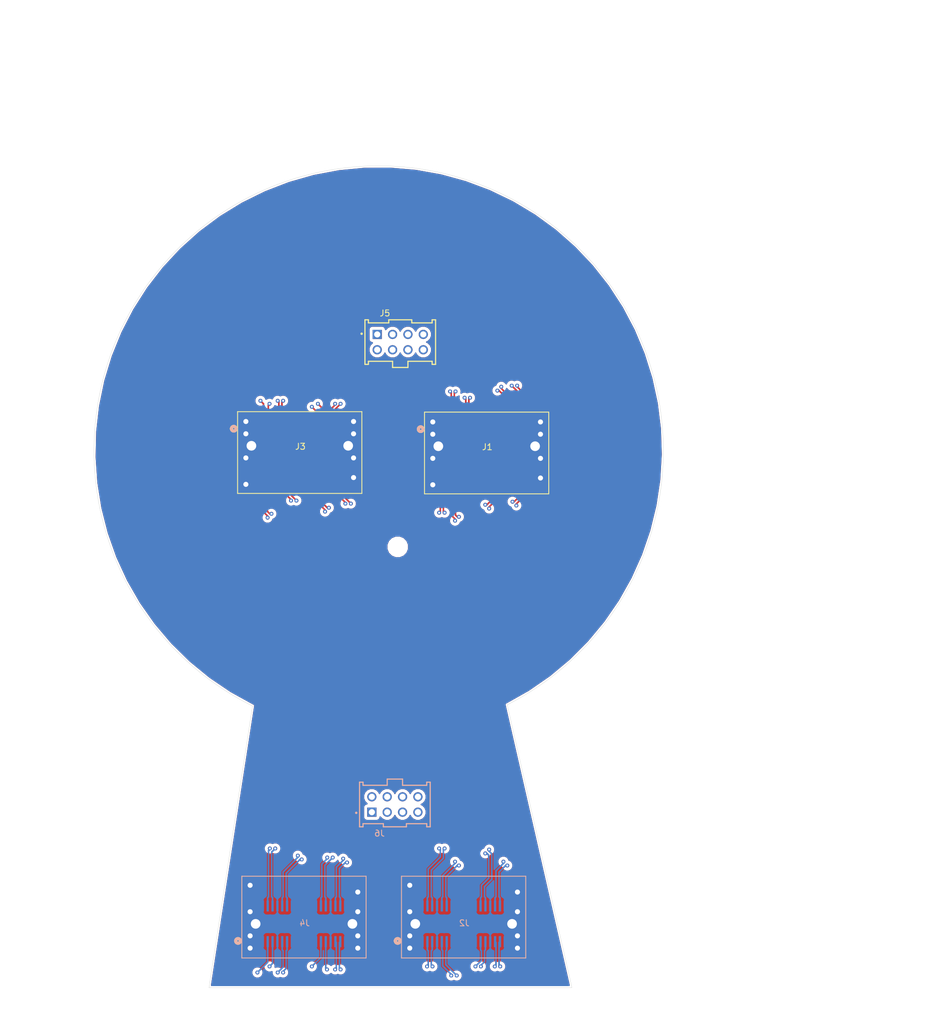
<source format=kicad_pcb>
(kicad_pcb (version 20241229) (generator "pcbnew") (generator_version "9.0")
  (layers (0 "F.Cu" signal "TopLayer") (4 "In1.Cu" signal "Inner1") (6 "In2.Cu" power "Inner2") (8 "In3.Cu" signal) (10 "In4.Cu" signal) (2 "B.Cu" signal "BottomLayer") (13 "F.Paste" user "TopPasteMaskLayer") (15 "B.Paste" user "BottomPasteMaskLayer") (5 "F.SilkS" user "TopSilkLayer") (7 "B.SilkS" user "BottomSilkLayer") (1 "F.Mask" user "TopSolderMaskLayer") (3 "B.Mask" user "BottomSolderMaskLayer") (25 "Edge.Cuts" user))
  (net 0 "")
  (net 1 "DGND")
  (net 2 "Test_point{0}_P")
  (net 3 "WORD_CLK_0a_P")
  (net 4 "SER_CLK_0a_P")
  (net 5 "DATA_OUT_1a_P")
  (net 6 "RD_CLK0a_P")
  (net 7 "WORD_CLK_1a_P")
  (net 8 "SER_CLK_1a_P")
  (net 9 "DATA_OUT_0a_P")
  (net 10 "ASIC_GR")
  (net 11 "SACI_CLK_P")
  (net 12 "ASIC{0}_SACI_SEL")
  (net 13 "ASIC_SampClkEn_P")
  (net 14 "SPARE_HR{0}_P")
  (net 15 "ASIC{0123}_DM_SN_IO")
  (net 16 "ASIC_SR0_P")
  (net 17 "SACI_CMD_P")
  (net 18 "SACI_RESP_P")
  (net 19 "ASIC_PULSE")
  (net 20 "/VDD1")
  (net 21 "AGND")
  (net 22 "/VDD2")
  (net 23 "Test_point{0}_N")
  (net 24 "RD_CLK0a_N")
  (net 25 "WORD_CLK_0a_N")
  (net 26 "DATA_OUT_1a_N")
  (net 27 "SER_CLK_0a_N")
  (net 28 "SER_CLK_1a_N")
  (net 29 "DATA_OUT_0a_N")
  (net 30 "WORD_CLK_1a_N")
  (net 31 "SPARE_HR{0}_N")
  (net 32 "SACI_RESP_N")
  (net 33 "ASIC_SampClkEn_N")
  (net 34 "SACI_CMD_N")
  (net 35 "SACI_CLK_N")
  (net 36 "ASIC_SR0_N")
  (footprint "lib:SAMTEC_IPL1-104-01-L-D-K" (layer "F.Cu") (at 99.12 65.3)
    (property "Reference" "J5")
    (property "Value" "IPL1-104-01-L-D-K")
  )
  (footprint "757840140:CONN36_84-0140_MOL" (layer "F.Cu") (at 75.7 79.62 180)
    (property "Reference" "J3")
    (property "Value" "CONN_MINI_SAS_RCPT_36POS_SLD_SMD")
  )
  (footprint "757840140:CONN36_84-0140_MOL" (layer "F.Cu") (at 106.6082 79.6938 180)
    (property "Reference" "J1")
    (property "Value" "CONN_MINI_SAS_RCPT_36POS_SLD_SMD")
  )
  (footprint "MountingHole:MountingHole_3mm" (layer "F.Cu") (at 98.7 99.15)
    (property "Reference" "REF**" (hide yes))
    (property "Value" "MountingHole_3mm")
  )
  (footprint "757840140:CONN36_84-0140_MOL" (layer "B.Cu") (at 76.4 164.28 180)
    (property "Reference" "J4")
    (property "Value" "CONN_MINI_SAS_RCPT_36POS_SLD_SMD")
  )
  (footprint "757840140:CONN36_84-0140_MOL" (layer "B.Cu") (at 102.8 164.28 180)
    (property "Reference" "J2")
    (property "Value" "CONN_MINI_SAS_RCPT_36POS_SLD_SMD")
  )
  (footprint "lib:SAMTEC_IPL1-104-01-L-D-K" (layer "B.Cu") (at 98.23 141.73)
    (property "Reference" "J6")
    (property "Value" "IPL1-104-01-L-D-K")
  )
  (gr_line (start 67.5 172) (end 127.5 172) (stroke (width 0.05)) (layer "Edge.Cuts"))
  (gr_line (start 127.5 172) (end 116.799521 125.249998) (stroke (width 0.05)) (layer "Edge.Cuts"))
  (gr_line (start 74.700478 125.450472) (end 67.5 172) (stroke (width 0.05)) (layer "Edge.Cuts"))
  (gr_arc (start 74.700478 125.450472) (mid 95.32538 36.18077) (end 116.799521 125.249999) (stroke (width 0.05)) (layer "Edge.Cuts"))
  (segment (start 118.75265 73.70315) (end 118.75265 78.057749) (width 0.2701) (layer "F.Cu") (net 2))
  (segment (start 117.5495 72.5) (end 118.75265 73.70315) (width 0.2701) (layer "F.Cu") (net 2))
  (segment (start 118.6082 78.202199) (end 118.6082 79.5738) (width 0.2701) (layer "F.Cu") (net 2))
  (segment (start 118.75265 78.057749) (end 118.6082 78.202199) (width 0.2701) (layer "F.Cu") (net 2))
  (via (at 117.5495 72.5) (size 0.66) (drill 0.3) (layers "F.Cu" "B.Cu") (net 2))
  (via (at 114.7495 168.5) (size 0.66) (drill 0.3) (layers "F.Cu" "B.Cu") (net 2))
  (segment (start 114.944449 164.544449) (end 114.944449 168.305051) (width 0.2701) (layer "B.Cu") (net 2))
  (segment (start 114.8 164.4) (end 114.944449 164.544449) (width 0.2701) (layer "B.Cu") (net 2))
  (segment (start 114.944449 168.305051) (end 114.7495 168.5) (width 0.2701) (layer "B.Cu") (net 2))
  (segment (start 116.35265 89.285947) (end 113.457149 92.181448) (width 0.2701) (layer "F.Cu") (net 3))
  (segment (start 116.2082 86.845401) (end 116.35265 86.989851) (width 0.2701) (layer "F.Cu") (net 3))
  (segment (start 113.457149 92.181448) (end 113.181448 92.181448) (width 0.2701) (layer "F.Cu") (net 3))
  (segment (start 116.35265 86.989851) (end 116.35265 89.285947) (width 0.2701) (layer "F.Cu") (net 3))
  (segment (start 116.2082 85.4738) (end 116.2082 86.845401) (width 0.2701) (layer "F.Cu") (net 3))
  (via (at 113.181448 92.181448) (size 0.66) (drill 0.3) (layers "F.Cu" "B.Cu") (net 3))
  (via (at 113.181448 149.818552) (size 0.66) (drill 0.3) (layers "F.Cu" "B.Cu") (net 3))
  (segment (start 112.54445 155.094148) (end 112.54445 156.983949) (width 0.2701) (layer "B.Cu") (net 3))
  (segment (start 113.457149 149.818552) (end 113.74445 150.105853) (width 0.2701) (layer "B.Cu") (net 3))
  (segment (start 112.54445 156.983949) (end 112.4 157.128399) (width 0.2701) (layer "B.Cu") (net 3))
  (segment (start 113.74445 153.894148) (end 112.54445 155.094148) (width 0.2701) (layer "B.Cu") (net 3))
  (segment (start 113.74445 150.105853) (end 113.74445 153.894148) (width 0.2701) (layer "B.Cu") (net 3))
  (segment (start 113.181448 149.818552) (end 113.457149 149.818552) (width 0.2701) (layer "B.Cu") (net 3))
  (segment (start 112.4 157.128399) (end 112.4 158.5) (width 0.2701) (layer "B.Cu") (net 3))
  (segment (start 109.95265 86.989851) (end 109.8082 86.845401) (width 0.2701) (layer "F.Cu") (net 4))
  (segment (start 107.74445 94.105853) (end 107.74445 91.894148) (width 0.2701) (layer "F.Cu") (net 4))
  (segment (start 108.181448 94.818552) (end 108.181448 94.542851) (width 0.2701) (layer "F.Cu") (net 4))
  (segment (start 109.8082 86.845401) (end 109.8082 85.4738) (width 0.2701) (layer "F.Cu") (net 4))
  (segment (start 109.95265 89.685948) (end 109.95265 86.989851) (width 0.2701) (layer "F.Cu") (net 4))
  (segment (start 108.181448 94.542851) (end 107.74445 94.105853) (width 0.2701) (layer "F.Cu") (net 4))
  (segment (start 107.74445 91.894148) (end 109.95265 89.685948) (width 0.2701) (layer "F.Cu") (net 4))
  (via (at 108.181448 151.181448) (size 0.66) (drill 0.3) (layers "F.Cu" "B.Cu") (net 4))
  (via (at 108.181448 94.818552) (size 0.66) (drill 0.3) (layers "F.Cu" "B.Cu") (net 4))
  (segment (start 106.14445 156.983949) (end 106.14445 153.494147) (width 0.2701) (layer "B.Cu") (net 4))
  (segment (start 106.14445 153.494147) (end 108.181448 151.457149) (width 0.2701) (layer "B.Cu") (net 4))
  (segment (start 106 157.128399) (end 106.14445 156.983949) (width 0.2701) (layer "B.Cu") (net 4))
  (segment (start 106 158.5) (end 106 157.128399) (width 0.2701) (layer "B.Cu") (net 4))
  (segment (start 108.181448 151.457149) (end 108.181448 151.181448) (width 0.2701) (layer "B.Cu") (net 4))
  (segment (start 107.552648 74.499999) (end 107.552648 73.654511) (width 0.2701) (layer "F.Cu") (net 5))
  (segment (start 107.408197 79.5738) (end 107.552649 79.429348) (width 0.2701) (layer "F.Cu") (net 5))
  (segment (start 107.552648 73.654511) (end 107.357699 73.459562) (width 0.2701) (layer "F.Cu") (net 5))
  (segment (start 107.552649 79.429348) (end 107.552649 74.5) (width 0.2701) (layer "F.Cu") (net 5))
  (segment (start 107.552649 74.5) (end 107.552648 74.499999) (width 0.2701) (layer "F.Cu") (net 5))
  (via (at 103.5495 168.5) (size 0.66) (drill 0.3) (layers "F.Cu" "B.Cu") (net 5))
  (via (at 107.357699 73.459562) (size 0.66) (drill 0.3) (layers "F.Cu" "B.Cu") (net 5))
  (segment (start 103.744449 168.305051) (end 103.744449 165.916053) (width 0.2701) (layer "B.Cu") (net 5))
  (segment (start 103.5495 168.5) (end 103.744449 168.305051) (width 0.2701) (layer "B.Cu") (net 5))
  (segment (start 103.599997 165.771601) (end 103.599997 164.4) (width 0.2701) (layer "B.Cu") (net 5))
  (segment (start 103.744449 165.916053) (end 103.599997 165.771601) (width 0.2701) (layer "B.Cu") (net 5))
  (segment (start 118.75265 86.989851) (end 118.6082 86.845401) (width 0.2701) (layer "F.Cu") (net 6))
  (segment (start 118.6082 86.845401) (end 118.6082 85.4738) (width 0.2701) (layer "F.Cu") (net 6))
  (segment (start 117.681448 91.681448) (end 117.957149 91.681448) (width 0.2701) (layer "F.Cu") (net 6))
  (segment (start 118.75265 90.885947) (end 118.75265 86.989851) (width 0.2701) (layer "F.Cu") (net 6))
  (segment (start 117.957149 91.681448) (end 118.75265 90.885947) (width 0.2701) (layer "F.Cu") (net 6))
  (via (at 116.181448 151.181448) (size 0.66) (drill 0.3) (layers "F.Cu" "B.Cu") (net 6))
  (via (at 117.681448 91.681448) (size 0.66) (drill 0.3) (layers "F.Cu" "B.Cu") (net 6))
  (segment (start 114.8 157.128399) (end 114.94445 156.983949) (width 0.2701) (layer "B.Cu") (net 6))
  (segment (start 114.8 158.5) (end 114.8 157.128399) (width 0.2701) (layer "B.Cu") (net 6))
  (segment (start 116.181448 151.457149) (end 116.181448 151.181448) (width 0.2701) (layer "B.Cu") (net 6))
  (segment (start 114.94445 156.983949) (end 114.94445 152.694147) (width 0.2701) (layer "B.Cu") (net 6))
  (segment (start 114.94445 152.694147) (end 116.181448 151.457149) (width 0.2701) (layer "B.Cu") (net 6))
  (segment (start 116.2082 78.202199) (end 116.35265 78.057749) (width 0.2701) (layer "F.Cu") (net 7))
  (segment (start 115.457149 73.318552) (end 115.181448 73.318552) (width 0.2701) (layer "F.Cu") (net 7))
  (segment (start 116.2082 79.5738) (end 116.2082 78.202199) (width 0.2701) (layer "F.Cu") (net 7))
  (segment (start 116.35265 78.057749) (end 116.35265 74.214053) (width 0.2701) (layer "F.Cu") (net 7))
  (segment (start 116.35265 74.214053) (end 115.457149 73.318552) (width 0.2701) (layer "F.Cu") (net 7))
  (via (at 111.5495 168.5) (size 0.66) (drill 0.3) (layers "F.Cu" "B.Cu") (net 7))
  (via (at 115.181448 73.318552) (size 0.66) (drill 0.3) (layers "F.Cu" "B.Cu") (net 7))
  (segment (start 112.54445 167.50505) (end 112.54445 165.916051) (width 0.2701) (layer "B.Cu") (net 7))
  (segment (start 111.5495 168.5) (end 112.54445 167.50505) (width 0.2701) (layer "B.Cu") (net 7))
  (segment (start 112.4 165.771601) (end 112.4 164.4) (width 0.2701) (layer "B.Cu") (net 7))
  (segment (start 112.54445 165.916051) (end 112.4 165.771601) (width 0.2701) (layer "B.Cu") (net 7))
  (segment (start 109.952649 74.694949) (end 109.7577 74.5) (width 0.2701) (layer "F.Cu") (net 8))
  (segment (start 109.8082 79.5738) (end 109.952649 79.429351) (width 0.2701) (layer "F.Cu") (net 8))
  (segment (start 109.952649 79.429351) (end 109.952649 74.694949) (width 0.2701) (layer "F.Cu") (net 8))
  (via (at 109.7577 74.5) (size 0.66) (drill 0.3) (layers "F.Cu" "B.Cu") (net 8))
  (via (at 107.5495 170) (size 0.66) (drill 0.3) (layers "F.Cu" "B.Cu") (net 8))
  (segment (start 106.14445 168.416755) (end 107.5495 169.821805) (width 0.2701) (layer "B.Cu") (net 8))
  (segment (start 107.5495 169.821805) (end 107.5495 170) (width 0.2701) (layer "B.Cu") (net 8))
  (segment (start 106 165.771601) (end 106.14445 165.916051) (width 0.2701) (layer "B.Cu") (net 8))
  (segment (start 106 164.4) (end 106 165.771601) (width 0.2701) (layer "B.Cu") (net 8))
  (segment (start 106.14445 165.916051) (end 106.14445 168.416755) (width 0.2701) (layer "B.Cu") (net 8))
  (segment (start 107.552649 90.085949) (end 105.744449 91.894149) (width 0.2701) (layer "F.Cu") (net 9))
  (segment (start 107.408197 86.845401) (end 107.552649 86.989853) (width 0.2701) (layer "F.Cu") (net 9))
  (segment (start 107.408197 85.4738) (end 107.408197 86.845401) (width 0.2701) (layer "F.Cu") (net 9))
  (segment (start 107.552649 86.989853) (end 107.552649 90.085949) (width 0.2701) (layer "F.Cu") (net 9))
  (segment (start 105.744449 91.894149) (end 105.744449 93.305051) (width 0.2701) (layer "F.Cu") (net 9))
  (segment (start 105.744449 93.305051) (end 105.5495 93.5) (width 0.2701) (layer "F.Cu") (net 9))
  (via (at 105.5495 149) (size 0.66) (drill 0.3) (layers "F.Cu" "B.Cu") (net 9))
  (via (at 105.5495 93.5) (size 0.66) (drill 0.3) (layers "F.Cu" "B.Cu") (net 9))
  (segment (start 105.744449 150.394149) (end 103.744449 152.394149) (width 0.2701) (layer "B.Cu") (net 9))
  (segment (start 103.744449 152.394149) (end 103.744449 156.983947) (width 0.2701) (layer "B.Cu") (net 9))
  (segment (start 103.744449 156.983947) (end 103.599997 157.128399) (width 0.2701) (layer "B.Cu") (net 9))
  (segment (start 105.5495 149) (end 105.744449 149.194949) (width 0.2701) (layer "B.Cu") (net 9))
  (segment (start 105.744449 149.194949) (end 105.744449 150.394149) (width 0.2701) (layer "B.Cu") (net 9))
  (segment (start 103.599997 157.128399) (end 103.599997 158.5) (width 0.2701) (layer "B.Cu") (net 9))
  (segment (start 85.3 76.8) (end 84.5 76) (width 0.2701) (layer "F.Cu") (net 10))
  (segment (start 85.3 79.5) (end 85.3 76.8) (width 0.2701) (layer "F.Cu") (net 10))
  (via (at 84.5 76) (size 0.66) (drill 0.3) (layers "F.Cu" "B.Cu") (net 10))
  (via (at 84.5 168.5) (size 0.66) (drill 0.3) (layers "F.Cu" "B.Cu") (net 10))
  (segment (start 86 167) (end 84.5 168.5) (width 0.2701) (layer "B.Cu") (net 10))
  (segment (start 86 164.4) (end 86 167) (width 0.2701) (layer "B.Cu") (net 10))
  (segment (start 85.3 85.4) (end 85.3 86.771601) (width 0.2701) (layer "F.Cu") (net 11))
  (segment (start 86.681448 93.042851) (end 86.681448 93.318552) (width 0.2701) (layer "F.Cu") (net 11))
  (segment (start 85.44445 91.805853) (end 86.681448 93.042851) (width 0.2701) (layer "F.Cu") (net 11))
  (segment (start 85.44445 86.916051) (end 85.44445 91.805853) (width 0.2701) (layer "F.Cu") (net 11))
  (segment (start 85.3 86.771601) (end 85.44445 86.916051) (width 0.2701) (layer "F.Cu") (net 11))
  (via (at 87.0495 150.5) (size 0.66) (drill 0.3) (layers "F.Cu" "B.Cu") (net 11))
  (via (at 86.681448 93.318552) (size 0.66) (drill 0.3) (layers "F.Cu" "B.Cu") (net 11))
  (segment (start 87.0495 150.5) (end 87.0495 150.678195) (width 0.2701) (layer "B.Cu") (net 11))
  (segment (start 86.14445 151.583245) (end 86.14445 156.983949) (width 0.2701) (layer "B.Cu") (net 11))
  (segment (start 86.14445 156.983949) (end 86 157.128399) (width 0.2701) (layer "B.Cu") (net 11))
  (segment (start 87.0495 150.678195) (end 86.14445 151.583245) (width 0.2701) (layer "B.Cu") (net 11))
  (segment (start 86 157.128399) (end 86 158.5) (width 0.2701) (layer "B.Cu") (net 11))
  (segment (start 76.499997 79.5) (end 76.499997 75.499997) (width 0.2701) (layer "F.Cu") (net 12))
  (segment (start 76.499997 75.499997) (end 76 75) (width 0.2701) (layer "F.Cu") (net 12))
  (via (at 75.5 169.5) (size 0.66) (drill 0.3) (layers "F.Cu" "B.Cu") (net 12))
  (via (at 76 75) (size 0.66) (drill 0.3) (layers "F.Cu" "B.Cu") (net 12))
  (segment (start 77.199997 167.800003) (end 77.199997 164.4) (width 0.2701) (layer "B.Cu") (net 12))
  (segment (start 75.5 169.5) (end 77.199997 167.800003) (width 0.2701) (layer "B.Cu") (net 12))
  (segment (start 78.9 79.5) (end 79.044449 79.355551) (width 0.2701) (layer "F.Cu") (net 13))
  (segment (start 79.044449 79.355551) (end 79.044449 75.194949) (width 0.2701) (layer "F.Cu") (net 13))
  (segment (start 79.044449 75.194949) (end 78.8495 75) (width 0.2701) (layer "F.Cu") (net 13))
  (via (at 78.8495 169.5) (size 0.66) (drill 0.3) (layers "F.Cu" "B.Cu") (net 13))
  (via (at 78.8495 75) (size 0.66) (drill 0.3) (layers "F.Cu" "B.Cu") (net 13))
  (segment (start 78.8495 169.5) (end 79.74445 168.60505) (width 0.2701) (layer "B.Cu") (net 13))
  (segment (start 79.6 165.771601) (end 79.6 164.4) (width 0.2701) (layer "B.Cu") (net 13))
  (segment (start 79.74445 165.916051) (end 79.6 165.771601) (width 0.2701) (layer "B.Cu") (net 13))
  (segment (start 79.74445 168.60505) (end 79.74445 165.916051) (width 0.2701) (layer "B.Cu") (net 13))
  (segment (start 88.3495 75.5) (end 88.3495 75.678195) (width 0.2701) (layer "F.Cu") (net 14))
  (segment (start 87.84445 77.983949) (end 87.7 78.128399) (width 0.2701) (layer "F.Cu") (net 14))
  (segment (start 87.84445 76.183245) (end 87.84445 77.983949) (width 0.2701) (layer "F.Cu") (net 14))
  (segment (start 88.3495 75.678195) (end 87.84445 76.183245) (width 0.2701) (layer "F.Cu") (net 14))
  (segment (start 87.7 78.128399) (end 87.7 79.5) (width 0.2701) (layer "F.Cu") (net 14))
  (via (at 88.3495 75.5) (size 0.66) (drill 0.3) (layers "F.Cu" "B.Cu") (net 14))
  (via (at 88.3495 169) (size 0.66) (drill 0.3) (layers "F.Cu" "B.Cu") (net 14))
  (segment (start 88.544449 168.805051) (end 88.3495 169) (width 0.2701) (layer "B.Cu") (net 14))
  (segment (start 88.4 164.4) (end 88.544449 164.544449) (width 0.2701) (layer "B.Cu") (net 14))
  (segment (start 88.544449 164.544449) (end 88.544449 168.805051) (width 0.2701) (layer "B.Cu") (net 14))
  (segment (start 77.3 75.7) (end 77.3 79.5) (width 0.2701) (layer "F.Cu") (net 15))
  (segment (start 77.5 75.5) (end 77.3 75.7) (width 0.2701) (layer "F.Cu") (net 15))
  (via (at 77.5 75.5) (size 0.66) (drill 0.3) (layers "F.Cu" "B.Cu") (net 15))
  (via (at 77.5 168.5) (size 0.66) (drill 0.3) (layers "F.Cu" "B.Cu") (net 15))
  (segment (start 78 168) (end 77.5 168.5) (width 0.2701) (layer "B.Cu") (net 15))
  (segment (start 78 164.4) (end 78 168) (width 0.2701) (layer "B.Cu") (net 15))
  (segment (start 90.0495 91.821805) (end 87.84445 89.616755) (width 0.2701) (layer "F.Cu") (net 16))
  (segment (start 87.7 86.771601) (end 87.7 85.4) (width 0.2701) (layer "F.Cu") (net 16))
  (segment (start 87.84445 86.916051) (end 87.7 86.771601) (width 0.2701) (layer "F.Cu") (net 16))
  (segment (start 87.84445 89.616755) (end 87.84445 86.916051) (width 0.2701) (layer "F.Cu") (net 16))
  (segment (start 90.0495 92) (end 90.0495 91.821805) (width 0.2701) (layer "F.Cu") (net 16))
  (via (at 90.0495 92) (size 0.66) (drill 0.3) (layers "F.Cu" "B.Cu") (net 16))
  (via (at 89.681448 150.681448) (size 0.66) (drill 0.3) (layers "F.Cu" "B.Cu") (net 16))
  (segment (start 88.54445 152.094147) (end 89.681448 150.957149) (width 0.2701) (layer "B.Cu") (net 16))
  (segment (start 89.681448 150.957149) (end 89.681448 150.681448) (width 0.2701) (layer "B.Cu") (net 16))
  (segment (start 88.54445 156.983949) (end 88.54445 152.094147) (width 0.2701) (layer "B.Cu") (net 16))
  (segment (start 88.4 157.128399) (end 88.54445 156.983949) (width 0.2701) (layer "B.Cu") (net 16))
  (segment (start 88.4 158.5) (end 88.4 157.128399) (width 0.2701) (layer "B.Cu") (net 16))
  (segment (start 79.04445 86.916051) (end 78.9 86.771601) (width 0.2701) (layer "F.Cu") (net 17))
  (segment (start 81.0495 91.5) (end 81.0495 91.321805) (width 0.2701) (layer "F.Cu") (net 17))
  (segment (start 79.04445 89.316755) (end 79.04445 86.916051) (width 0.2701) (layer "F.Cu") (net 17))
  (segment (start 78.9 86.771601) (end 78.9 85.4) (width 0.2701) (layer "F.Cu") (net 17))
  (segment (start 81.0495 91.321805) (end 79.04445 89.316755) (width 0.2701) (layer "F.Cu") (net 17))
  (via (at 82.181448 150.181448) (size 0.66) (drill 0.3) (layers "F.Cu" "B.Cu") (net 17))
  (via (at 81.0495 91.5) (size 0.66) (drill 0.3) (layers "F.Cu" "B.Cu") (net 17))
  (segment (start 79.74445 156.983949) (end 79.74445 152.894147) (width 0.2701) (layer "B.Cu") (net 17))
  (segment (start 79.74445 152.894147) (end 82.181448 150.457149) (width 0.2701) (layer "B.Cu") (net 17))
  (segment (start 79.6 158.5) (end 79.6 157.128399) (width 0.2701) (layer "B.Cu") (net 17))
  (segment (start 79.6 157.128399) (end 79.74445 156.983949) (width 0.2701) (layer "B.Cu") (net 17))
  (segment (start 82.181448 150.457149) (end 82.181448 150.181448) (width 0.2701) (layer "B.Cu") (net 17))
  (segment (start 77.181448 94.042851) (end 77.181448 94.318552) (width 0.2701) (layer "F.Cu") (net 18))
  (segment (start 76.644449 86.916053) (end 76.644449 93.505852) (width 0.2701) (layer "F.Cu") (net 18))
  (segment (start 76.499997 86.771601) (end 76.644449 86.916053) (width 0.2701) (layer "F.Cu") (net 18))
  (segment (start 76.499997 85.4) (end 76.499997 86.771601) (width 0.2701) (layer "F.Cu") (net 18))
  (segment (start 76.644449 93.505852) (end 77.181448 94.042851) (width 0.2701) (layer "F.Cu") (net 18))
  (via (at 77.5495 149) (size 0.66) (drill 0.3) (layers "F.Cu" "B.Cu") (net 18))
  (via (at 77.181448 94.318552) (size 0.66) (drill 0.3) (layers "F.Cu" "B.Cu") (net 18))
  (segment (start 77.344449 149.383246) (end 77.344449 156.983947) (width 0.2701) (layer "B.Cu") (net 18))
  (segment (start 77.5495 149) (end 77.5495 149.178195) (width 0.2701) (layer "B.Cu") (net 18))
  (segment (start 77.344449 156.983947) (end 77.199997 157.128399) (width 0.2701) (layer "B.Cu") (net 18))
  (segment (start 77.5495 149.178195) (end 77.344449 149.383246) (width 0.2701) (layer "B.Cu") (net 18))
  (segment (start 77.199997 157.128399) (end 77.199997 158.5) (width 0.2701) (layer "B.Cu") (net 18))
  (segment (start 85.5 75.5) (end 86.1 76.1) (width 0.2701) (layer "F.Cu") (net 19))
  (segment (start 86.1 76.1) (end 86.1 79.5) (width 0.2701) (layer "F.Cu") (net 19))
  (via (at 87 169) (size 0.66) (drill 0.3) (layers "F.Cu" "B.Cu") (net 19))
  (via (at 85.5 75.5) (size 0.66) (drill 0.3) (layers "F.Cu" "B.Cu") (net 19))
  (segment (start 86.8 164.4) (end 86.8 168.8) (width 0.2701) (layer "B.Cu") (net 19))
  (segment (start 86.8 168.8) (end 87 169) (width 0.2701) (layer "B.Cu") (net 19))
  (segment (start 118.4505 72.678195) (end 119.26375 73.491445) (width 0.2701) (layer "F.Cu") (net 23))
  (segment (start 119.26375 78.057749) (end 119.4082 78.202199) (width 0.2701) (layer "F.Cu") (net 23))
  (segment (start 119.4082 78.202199) (end 119.4082 79.5738) (width 0.2701) (layer "F.Cu") (net 23))
  (segment (start 118.4505 72.5) (end 118.4505 72.678195) (width 0.2701) (layer "F.Cu") (net 23))
  (segment (start 119.26375 73.491445) (end 119.26375 78.057749) (width 0.2701) (layer "F.Cu") (net 23))
  (via (at 115.6505 168.5) (size 0.66) (drill 0.3) (layers "F.Cu" "B.Cu") (net 23))
  (via (at 118.4505 72.5) (size 0.66) (drill 0.3) (layers "F.Cu" "B.Cu") (net 23))
  (segment (start 115.6 164.4) (end 115.455551 164.544449) (width 0.2701) (layer "B.Cu") (net 23))
  (segment (start 115.455551 168.305051) (end 115.6505 168.5) (width 0.2701) (layer "B.Cu") (net 23))
  (segment (start 115.455551 164.544449) (end 115.455551 168.305051) (width 0.2701) (layer "B.Cu") (net 23))
  (segment (start 119.4082 86.845401) (end 119.4082 85.4738) (width 0.2701) (layer "F.Cu") (net 24))
  (segment (start 118.318552 92.318552) (end 118.318552 92.042851) (width 0.2701) (layer "F.Cu") (net 24))
  (segment (start 119.26375 91.097653) (end 119.26375 86.989851) (width 0.2701) (layer "F.Cu") (net 24))
  (segment (start 118.318552 92.042851) (end 119.26375 91.097653) (width 0.2701) (layer "F.Cu") (net 24))
  (segment (start 119.26375 86.989851) (end 119.4082 86.845401) (width 0.2701) (layer "F.Cu") (net 24))
  (via (at 118.318552 92.318552) (size 0.66) (drill 0.3) (layers "F.Cu" "B.Cu") (net 24))
  (via (at 116.818552 151.818552) (size 0.66) (drill 0.3) (layers "F.Cu" "B.Cu") (net 24))
  (segment (start 115.6 157.128399) (end 115.45555 156.983949) (width 0.2701) (layer "B.Cu") (net 24))
  (segment (start 115.45555 156.983949) (end 115.45555 152.905853) (width 0.2701) (layer "B.Cu") (net 24))
  (segment (start 115.6 158.5) (end 115.6 157.128399) (width 0.2701) (layer "B.Cu") (net 24))
  (segment (start 116.542851 151.818552) (end 116.818552 151.818552) (width 0.2701) (layer "B.Cu") (net 24))
  (segment (start 115.45555 152.905853) (end 116.542851 151.818552) (width 0.2701) (layer "B.Cu") (net 24))
  (segment (start 116.86375 89.497653) (end 113.818552 92.542851) (width 0.2701) (layer "F.Cu") (net 25))
  (segment (start 117.0082 86.845401) (end 116.86375 86.989851) (width 0.2701) (layer "F.Cu") (net 25))
  (segment (start 113.818552 92.542851) (end 113.818552 92.818552) (width 0.2701) (layer "F.Cu") (net 25))
  (segment (start 116.86375 86.989851) (end 116.86375 89.497653) (width 0.2701) (layer "F.Cu") (net 25))
  (segment (start 117.0082 85.4738) (end 117.0082 86.845401) (width 0.2701) (layer "F.Cu") (net 25))
  (via (at 113.818552 92.818552) (size 0.66) (drill 0.3) (layers "F.Cu" "B.Cu") (net 25))
  (via (at 113.818552 149.181448) (size 0.66) (drill 0.3) (layers "F.Cu" "B.Cu") (net 25))
  (segment (start 113.2 157.128399) (end 113.2 158.5) (width 0.2701) (layer "B.Cu") (net 25))
  (segment (start 113.818552 149.181448) (end 113.818552 149.457149) (width 0.2701) (layer "B.Cu") (net 25))
  (segment (start 113.05555 155.305852) (end 113.05555 156.983949) (width 0.2701) (layer "B.Cu") (net 25))
  (segment (start 114.25555 149.894147) (end 114.25555 154.105852) (width 0.2701) (layer "B.Cu") (net 25))
  (segment (start 114.25555 154.105852) (end 113.05555 155.305852) (width 0.2701) (layer "B.Cu") (net 25))
  (segment (start 113.818552 149.457149) (end 114.25555 149.894147) (width 0.2701) (layer "B.Cu") (net 25))
  (segment (start 113.05555 156.983949) (end 113.2 157.128399) (width 0.2701) (layer "B.Cu") (net 25))
  (segment (start 108.2082 79.5738) (end 108.063749 79.429349) (width 0.2701) (layer "F.Cu") (net 26))
  (segment (start 108.06375 74.499999) (end 108.06375 73.654511) (width 0.2701) (layer "F.Cu") (net 26))
  (segment (start 108.063749 79.429349) (end 108.063749 74.5) (width 0.2701) (layer "F.Cu") (net 26))
  (segment (start 108.06375 73.654511) (end 108.258699 73.459562) (width 0.2701) (layer "F.Cu") (net 26))
  (segment (start 108.063749 74.5) (end 108.06375 74.499999) (width 0.2701) (layer "F.Cu") (net 26))
  (via (at 108.258699 73.459562) (size 0.66) (drill 0.3) (layers "F.Cu" "B.Cu") (net 26))
  (via (at 104.4505 168.5) (size 0.66) (drill 0.3) (layers "F.Cu" "B.Cu") (net 26))
  (segment (start 104.255548 165.916053) (end 104.4 165.771601) (width 0.2701) (layer "B.Cu") (net 26))
  (segment (start 104.255548 168.305048) (end 104.255548 165.916053) (width 0.2701) (layer "B.Cu") (net 26))
  (segment (start 104.4 165.771601) (end 104.4 164.4) (width 0.2701) (layer "B.Cu") (net 26))
  (segment (start 104.4505 168.5) (end 104.255548 168.305048) (width 0.2701) (layer "B.Cu") (net 26))
  (segment (start 110.46375 86.989851) (end 110.6082 86.845401) (width 0.2701) (layer "F.Cu") (net 27))
  (segment (start 108.25555 92.105852) (end 110.46375 89.897652) (width 0.2701) (layer "F.Cu") (net 27))
  (segment (start 110.6082 86.845401) (end 110.6082 85.4738) (width 0.2701) (layer "F.Cu") (net 27))
  (segment (start 108.818552 94.181448) (end 108.542851 94.181448) (width 0.2701) (layer "F.Cu") (net 27))
  (segment (start 110.46375 89.897652) (end 110.46375 86.989851) (width 0.2701) (layer "F.Cu") (net 27))
  (segment (start 108.25555 93.894147) (end 108.25555 92.105852) (width 0.2701) (layer "F.Cu") (net 27))
  (segment (start 108.542851 94.181448) (end 108.25555 93.894147) (width 0.2701) (layer "F.Cu") (net 27))
  (via (at 108.818552 94.181448) (size 0.66) (drill 0.3) (layers "F.Cu" "B.Cu") (net 27))
  (via (at 108.818552 151.818552) (size 0.66) (drill 0.3) (layers "F.Cu" "B.Cu") (net 27))
  (segment (start 106.8 157.128399) (end 106.65555 156.983949) (width 0.2701) (layer "B.Cu") (net 27))
  (segment (start 106.65555 153.705853) (end 108.542851 151.818552) (width 0.2701) (layer "B.Cu") (net 27))
  (segment (start 108.542851 151.818552) (end 108.818552 151.818552) (width 0.2701) (layer "B.Cu") (net 27))
  (segment (start 106.8 158.5) (end 106.8 157.128399) (width 0.2701) (layer "B.Cu") (net 27))
  (segment (start 106.65555 156.983949) (end 106.65555 153.705853) (width 0.2701) (layer "B.Cu") (net 27))
  (segment (start 110.6082 79.5738) (end 110.463751 79.429351) (width 0.2701) (layer "F.Cu") (net 28))
  (segment (start 110.463751 74.694949) (end 110.6587 74.5) (width 0.2701) (layer "F.Cu") (net 28))
  (segment (start 110.463751 79.429351) (end 110.463751 74.694949) (width 0.2701) (layer "F.Cu") (net 28))
  (via (at 108.4505 170) (size 0.66) (drill 0.3) (layers "F.Cu" "B.Cu") (net 28))
  (via (at 110.6587 74.5) (size 0.66) (drill 0.3) (layers "F.Cu" "B.Cu") (net 28))
  (segment (start 106.8 165.771601) (end 106.65555 165.916051) (width 0.2701) (layer "B.Cu") (net 28))
  (segment (start 106.8 164.4) (end 106.8 165.771601) (width 0.2701) (layer "B.Cu") (net 28))
  (segment (start 106.65555 165.916051) (end 106.65555 168.20505) (width 0.2701) (layer "B.Cu") (net 28))
  (segment (start 106.65555 168.20505) (end 108.4505 170) (width 0.2701) (layer "B.Cu") (net 28))
  (segment (start 108.063748 86.989853) (end 108.063748 90.297654) (width 0.2701) (layer "F.Cu") (net 29))
  (segment (start 106.255551 92.105851) (end 106.255551 93.305051) (width 0.2701) (layer "F.Cu") (net 29))
  (segment (start 106.255551 93.305051) (end 106.4505 93.5) (width 0.2701) (layer "F.Cu") (net 29))
  (segment (start 108.2082 85.4738) (end 108.2082 86.845401) (width 0.2701) (layer "F.Cu") (net 29))
  (segment (start 108.2082 86.845401) (end 108.063748 86.989853) (width 0.2701) (layer "F.Cu") (net 29))
  (segment (start 108.063748 90.297654) (end 106.255551 92.105851) (width 0.2701) (layer "F.Cu") (net 29))
  (via (at 106.4505 149) (size 0.66) (drill 0.3) (layers "F.Cu" "B.Cu") (net 29))
  (via (at 106.4505 93.5) (size 0.66) (drill 0.3) (layers "F.Cu" "B.Cu") (net 29))
  (segment (start 104.255548 156.983947) (end 104.4 157.128399) (width 0.2701) (layer "B.Cu") (net 29))
  (segment (start 106.255551 149.194949) (end 106.255551 150.605851) (width 0.2701) (layer "B.Cu") (net 29))
  (segment (start 104.4 157.128399) (end 104.4 158.5) (width 0.2701) (layer "B.Cu") (net 29))
  (segment (start 106.4505 149) (end 106.255551 149.194949) (width 0.2701) (layer "B.Cu") (net 29))
  (segment (start 104.255548 152.605854) (end 104.255548 156.983947) (width 0.2701) (layer "B.Cu") (net 29))
  (segment (start 106.255551 150.605851) (end 104.255548 152.605854) (width 0.2701) (layer "B.Cu") (net 29))
  (segment (start 116.86375 78.057749) (end 116.86375 74.002347) (width 0.2701) (layer "F.Cu") (net 30))
  (segment (start 117.0082 79.5738) (end 117.0082 78.202199) (width 0.2701) (layer "F.Cu") (net 30))
  (segment (start 117.0082 78.202199) (end 116.86375 78.057749) (width 0.2701) (layer "F.Cu") (net 30))
  (segment (start 115.818552 72.957149) (end 115.818552 72.681448) (width 0.2701) (layer "F.Cu") (net 30))
  (segment (start 116.86375 74.002347) (end 115.818552 72.957149) (width 0.2701) (layer "F.Cu") (net 30))
  (via (at 115.818552 72.681448) (size 0.66) (drill 0.3) (layers "F.Cu" "B.Cu") (net 30))
  (via (at 112.4505 168.5) (size 0.66) (drill 0.3) (layers "F.Cu" "B.Cu") (net 30))
  (segment (start 113.05555 165.916051) (end 113.2 165.771601) (width 0.2701) (layer "B.Cu") (net 30))
  (segment (start 112.4505 168.321805) (end 113.05555 167.716755) (width 0.2701) (layer "B.Cu") (net 30))
  (segment (start 112.4505 168.5) (end 112.4505 168.321805) (width 0.2701) (layer "B.Cu") (net 30))
  (segment (start 113.2 165.771601) (end 113.2 164.4) (width 0.2701) (layer "B.Cu") (net 30))
  (segment (start 113.05555 167.716755) (end 113.05555 165.916051) (width 0.2701) (layer "B.Cu") (net 30))
  (segment (start 88.35555 76.39495) (end 88.35555 77.983949) (width 0.2701) (layer "F.Cu") (net 31))
  (segment (start 88.5 78.128399) (end 88.5 79.5) (width 0.2701) (layer "F.Cu") (net 31))
  (segment (start 89.2505 75.5) (end 88.35555 76.39495) (width 0.2701) (layer "F.Cu") (net 31))
  (segment (start 88.35555 77.983949) (end 88.5 78.128399) (width 0.2701) (layer "F.Cu") (net 31))
  (via (at 89.2505 169) (size 0.66) (drill 0.3) (layers "F.Cu" "B.Cu") (net 31))
  (via (at 89.2505 75.5) (size 0.66) (drill 0.3) (layers "F.Cu" "B.Cu") (net 31))
  (segment (start 89.2 164.4) (end 89.055551 164.544449) (width 0.2701) (layer "B.Cu") (net 31))
  (segment (start 89.055551 168.805051) (end 89.2505 169) (width 0.2701) (layer "B.Cu") (net 31))
  (segment (start 89.055551 164.544449) (end 89.055551 168.805051) (width 0.2701) (layer "B.Cu") (net 31))
  (segment (start 77.3 86.771601) (end 77.155548 86.916053) (width 0.2701) (layer "F.Cu") (net 32))
  (segment (start 77.155548 93.294145) (end 77.542851 93.681448) (width 0.2701) (layer "F.Cu") (net 32))
  (segment (start 77.155548 86.916053) (end 77.155548 93.294145) (width 0.2701) (layer "F.Cu") (net 32))
  (segment (start 77.542851 93.681448) (end 77.818552 93.681448) (width 0.2701) (layer "F.Cu") (net 32))
  (segment (start 77.3 85.4) (end 77.3 86.771601) (width 0.2701) (layer "F.Cu") (net 32))
  (via (at 78.4505 149) (size 0.66) (drill 0.3) (layers "F.Cu" "B.Cu") (net 32))
  (via (at 77.818552 93.681448) (size 0.66) (drill 0.3) (layers "F.Cu" "B.Cu") (net 32))
  (segment (start 78.4505 149) (end 77.855548 149.594952) (width 0.2701) (layer "B.Cu") (net 32))
  (segment (start 77.855548 149.594952) (end 77.855548 156.983947) (width 0.2701) (layer "B.Cu") (net 32))
  (segment (start 78 157.128399) (end 78 158.5) (width 0.2701) (layer "B.Cu") (net 32))
  (segment (start 77.855548 156.983947) (end 78 157.128399) (width 0.2701) (layer "B.Cu") (net 32))
  (segment (start 79.555551 75.194949) (end 79.7505 75) (width 0.2701) (layer "F.Cu") (net 33))
  (segment (start 79.7 79.5) (end 79.555551 79.355551) (width 0.2701) (layer "F.Cu") (net 33))
  (segment (start 79.555551 79.355551) (end 79.555551 75.194949) (width 0.2701) (layer "F.Cu") (net 33))
  (via (at 79.7505 75) (size 0.66) (drill 0.3) (layers "F.Cu" "B.Cu") (net 33))
  (via (at 79.7505 169.5) (size 0.66) (drill 0.3) (layers "F.Cu" "B.Cu") (net 33))
  (segment (start 79.7505 169.5) (end 79.7505 169.321805) (width 0.2701) (layer "B.Cu") (net 33))
  (segment (start 80.25555 168.816755) (end 80.25555 165.916051) (width 0.2701) (layer "B.Cu") (net 33))
  (segment (start 80.25555 165.916051) (end 80.4 165.771601) (width 0.2701) (layer "B.Cu") (net 33))
  (segment (start 80.4 165.771601) (end 80.4 164.4) (width 0.2701) (layer "B.Cu") (net 33))
  (segment (start 79.7505 169.321805) (end 80.25555 168.816755) (width 0.2701) (layer "B.Cu") (net 33))
  (segment (start 81.9505 91.5) (end 79.55555 89.10505) (width 0.2701) (layer "F.Cu") (net 34))
  (segment (start 79.7 86.771601) (end 79.7 85.4) (width 0.2701) (layer "F.Cu") (net 34))
  (segment (start 79.55555 89.10505) (end 79.55555 86.916051) (width 0.2701) (layer "F.Cu") (net 34))
  (segment (start 79.55555 86.916051) (end 79.7 86.771601) (width 0.2701) (layer "F.Cu") (net 34))
  (via (at 81.9505 91.5) (size 0.66) (drill 0.3) (layers "F.Cu" "B.Cu") (net 34))
  (via (at 82.818552 150.818552) (size 0.66) (drill 0.3) (layers "F.Cu" "B.Cu") (net 34))
  (segment (start 80.25555 153.105853) (end 82.542851 150.818552) (width 0.2701) (layer "B.Cu") (net 34))
  (segment (start 80.25555 156.983949) (end 80.25555 153.105853) (width 0.2701) (layer "B.Cu") (net 34))
  (segment (start 82.542851 150.818552) (end 82.818552 150.818552) (width 0.2701) (layer "B.Cu") (net 34))
  (segment (start 80.4 158.5) (end 80.4 157.128399) (width 0.2701) (layer "B.Cu") (net 34))
  (segment (start 80.4 157.128399) (end 80.25555 156.983949) (width 0.2701) (layer "B.Cu") (net 34))
  (segment (start 85.95555 86.916051) (end 85.95555 91.594147) (width 0.2701) (layer "F.Cu") (net 35))
  (segment (start 85.95555 91.594147) (end 87.042851 92.681448) (width 0.2701) (layer "F.Cu") (net 35))
  (segment (start 87.042851 92.681448) (end 87.318552 92.681448) (width 0.2701) (layer "F.Cu") (net 35))
  (segment (start 86.1 85.4) (end 86.1 86.771601) (width 0.2701) (layer "F.Cu") (net 35))
  (segment (start 86.1 86.771601) (end 85.95555 86.916051) (width 0.2701) (layer "F.Cu") (net 35))
  (via (at 87.318552 92.681448) (size 0.66) (drill 0.3) (layers "F.Cu" "B.Cu") (net 35))
  (via (at 87.9505 150.5) (size 0.66) (drill 0.3) (layers "F.Cu" "B.Cu") (net 35))
  (segment (start 86.8 157.128399) (end 86.8 158.5) (width 0.2701) (layer "B.Cu") (net 35))
  (segment (start 87.9505 150.5) (end 86.65555 151.79495) (width 0.2701) (layer "B.Cu") (net 35))
  (segment (start 86.65555 151.79495) (end 86.65555 156.983949) (width 0.2701) (layer "B.Cu") (net 35))
  (segment (start 86.65555 156.983949) (end 86.8 157.128399) (width 0.2701) (layer "B.Cu") (net 35))
  (segment (start 88.35555 86.916051) (end 88.5 86.771601) (width 0.2701) (layer "F.Cu") (net 36))
  (segment (start 90.9505 92) (end 88.35555 89.40505) (width 0.2701) (layer "F.Cu") (net 36))
  (segment (start 88.35555 89.40505) (end 88.35555 86.916051) (width 0.2701) (layer "F.Cu") (net 36))
  (segment (start 88.5 86.771601) (end 88.5 85.4) (width 0.2701) (layer "F.Cu") (net 36))
  (via (at 90.318552 151.318552) (size 0.66) (drill 0.3) (layers "F.Cu" "B.Cu") (net 36))
  (via (at 90.9505 92) (size 0.66) (drill 0.3) (layers "F.Cu" "B.Cu") (net 36))
  (segment (start 90.042851 151.318552) (end 90.318552 151.318552) (width 0.2701) (layer "B.Cu") (net 36))
  (segment (start 89.05555 156.983949) (end 89.05555 152.305853) (width 0.2701) (layer "B.Cu") (net 36))
  (segment (start 89.2 157.128399) (end 89.05555 156.983949) (width 0.2701) (layer "B.Cu") (net 36))
  (segment (start 89.05555 152.305853) (end 90.042851 151.318552) (width 0.2701) (layer "B.Cu") (net 36))
  (segment (start 89.2 158.5) (end 89.2 157.128399) (width 0.2701) (layer "B.Cu") (net 36))
  (zone (net 1) (net_name "DGND") (layers "F.Cu" "B.Cu") (connect_pads (clearance 0.5)) (min_thickness 0.25) (fill yes (thermal_gap 0.5) (thermal_bridge_width 0.5))
    (polygon (pts (xy 38.309744 28.668203) (xy 153.696672 36.044537) (xy 131.5 178) (xy 59.490457 176.933192)))
  )
)
</source>
